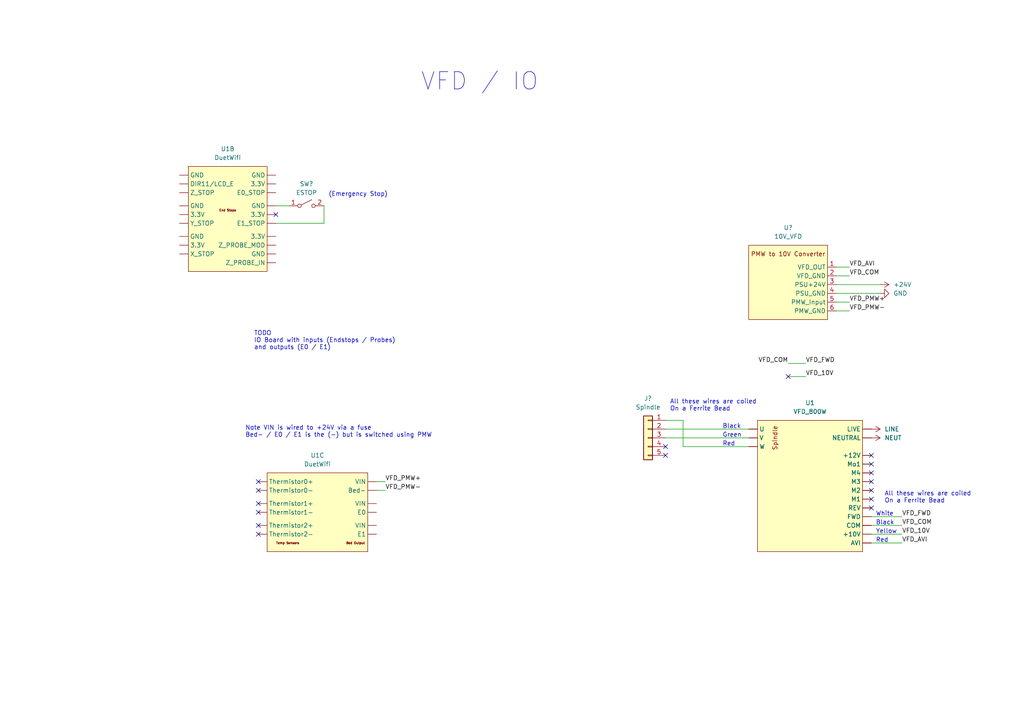
<source format=kicad_sch>
(kicad_sch (version 20211123) (generator eeschema)
  (paper "A4")
  (title_block (title "VFD / IO"))
  (lib_symbols
    (symbol "Connector_Generic:Conn_01x05" (pin_names (offset 1.016) hide)
      (property "Reference" "J" (at 0 7.62 0))
      (property "Value" "Conn_01x05" (at 0 -7.62 0))
      (symbol "Conn_01x05_1_1"
        (rectangle (start -1.27 -4.953) (end 0 -5.207) (stroke (width 0.1524)))
        (rectangle (start -1.27 -2.413) (end 0 -2.667) (stroke (width 0.1524)))
        (rectangle (start -1.27 0.127) (end 0 -0.127) (stroke (width 0.1524)))
        (rectangle (start -1.27 2.667) (end 0 2.413) (stroke (width 0.1524)))
        (rectangle (start -1.27 5.207) (end 0 4.953) (stroke (width 0.1524)))
        (rectangle (start -1.27 6.35) (end 1.27 -6.35) (stroke (width 0.254)) (fill (type background)))
        (pin passive line (at -5.08 5.08 0) (length 3.81) (name "Pin_1") (number "1"))
        (pin passive line (at -5.08 2.54 0) (length 3.81) (name "Pin_2") (number "2"))
        (pin passive line (at -5.08 0 0) (length 3.81) (name "Pin_3") (number "3"))
        (pin passive line (at -5.08 -2.54 0) (length 3.81) (name "Pin_4") (number "4"))
        (pin passive line (at -5.08 -5.08 0) (length 3.81) (name "Pin_5") (number "5"))
      )
    )
    (symbol "Custom_Boards:10V_VFD"
      (property "Reference" "U" (at 0 0 0))
      (property "Value" "10V_VFD" (at 0 2.54 0))
      (symbol "10V_VFD_0_0"
        (text "PMW to 10V Converter" (at 1.27 -5.08 0) (effects (font (size 1.27 1.27))))
      )
      (symbol "10V_VFD_0_1"
        (rectangle (start -10.16 -2.54) (end 12.7 -24.13) (fill (type background)))
      )
      (symbol "10V_VFD_1_1"
        (pin output line (at 15.24 -8.89 180) (length 2.54) (name "VFD_OUT") (number "1"))
        (pin output line (at 15.24 -11.43 180) (length 2.54) (name "VFD_GND") (number "2"))
        (pin power_in line (at 15.24 -13.97 180) (length 2.54) (name "PSU+24V") (number "3"))
        (pin power_in line (at 15.24 -16.51 180) (length 2.54) (name "PSU_GND") (number "4"))
        (pin input line (at 15.24 -19.05 180) (length 2.54) (name "PMW_Input") (number "5"))
        (pin power_in line (at 15.24 -21.59 180) (length 2.54) (name "PMW_GND") (number "6"))
      )
    )
    (symbol "Custom_Boards:DuetWifi"
      (property "Reference" "U" (at 5.08 2.54 0))
      (property "Value" "DuetWifi" (at -5.08 2.54 0))
      (symbol "DuetWifi_1_0"
        (text "Stepper Outputs" (at -10.16 -30.48 0) (effects (font (size 0.635 0.635)) (justify left)))
        (text "Stepper Outputs" (at -10.16 -30.48 0) (effects (font (size 0.635 0.635)) (justify left)))
      )
      (symbol "DuetWifi_1_1"
        (rectangle (start -13.97 0) (end 15.24 -38.1) (fill (type background)))
        (pin output line (at -16.51 -2.54 0) (length 2.54) (name "Drive0_A+") (number ""))
        (pin output line (at -16.51 -5.08 0) (length 2.54) (name "Drive0_A-") (number ""))
        (pin output line (at -16.51 -7.62 0) (length 2.54) (name "Drive0_B+") (number ""))
        (pin output line (at -16.51 -10.16 0) (length 2.54) (name "Drive0_B-") (number ""))
        (pin output line (at -16.51 -15.24 0) (length 2.54) (name "Drive1_A+") (number ""))
        (pin output line (at -16.51 -17.78 0) (length 2.54) (name "Drive1_A-") (number ""))
        (pin output line (at -16.51 -20.32 0) (length 2.54) (name "Drive1_B+") (number ""))
        (pin output line (at -16.51 -22.86 0) (length 2.54) (name "Drive1_B-") (number ""))
        (pin output line (at 17.78 -2.54 180) (length 2.54) (name "Drive2_A+") (number ""))
        (pin output line (at 17.78 -5.08 180) (length 2.54) (name "Drive2_A-") (number ""))
        (pin output line (at 17.78 -7.62 180) (length 2.54) (name "Drive2_B+") (number ""))
        (pin output line (at 17.78 -10.16 180) (length 2.54) (name "Drive2_B-") (number ""))
        (pin output line (at 17.78 -15.24 180) (length 2.54) (name "Drive3_A+") (number ""))
        (pin output line (at 17.78 -17.78 180) (length 2.54) (name "Drive3_A-") (number ""))
        (pin output line (at 17.78 -20.32 180) (length 2.54) (name "Drive3_B+") (number ""))
        (pin output line (at 17.78 -22.86 180) (length 2.54) (name "Drive3_B-") (number ""))
        (pin output line (at 17.78 -27.94 180) (length 2.54) (name "Drive4_A+") (number ""))
        (pin output line (at 17.78 -30.48 180) (length 2.54) (name "Drive4_A-") (number ""))
        (pin output line (at 17.78 -33.02 180) (length 2.54) (name "Drive4_B+") (number ""))
        (pin output line (at 17.78 -35.56 180) (length 2.54) (name "Drive4_B-") (number ""))
      )
      (symbol "DuetWifi_2_0"
        (rectangle (start -11.43 0) (end 11.43 -30.48) (fill (type background)))
        (text "End Stops" (at 0 -12.7 0) (effects (font (size 0.635 0.635))))
      )
      (symbol "DuetWifi_2_1"
        (pin power_out line (at -13.97 -22.86 0) (length 2.54) (name "3.3V") (number ""))
        (pin power_out line (at -13.97 -13.97 0) (length 2.54) (name "3.3V") (number ""))
        (pin power_out line (at 13.97 -20.32 180) (length 2.54) (name "3.3V") (number ""))
        (pin power_out line (at 13.97 -13.97 180) (length 2.54) (name "3.3V") (number ""))
        (pin power_out line (at 13.97 -5.08 180) (length 2.54) (name "3.3V") (number ""))
        (pin bidirectional line (at -13.97 -5.08 0) (length 2.54) (name "DIR11/LCD_E") (number ""))
        (pin input line (at 13.97 -7.62 180) (length 2.54) (name "E0_STOP") (number ""))
        (pin input line (at 13.97 -16.51 180) (length 2.54) (name "E1_STOP") (number ""))
        (pin power_out line (at -13.97 -20.32 0) (length 2.54) (name "GND") (number ""))
        (pin power_out line (at -13.97 -11.43 0) (length 2.54) (name "GND") (number ""))
        (pin power_out line (at -13.97 -2.54 0) (length 2.54) (name "GND") (number ""))
        (pin power_out line (at 13.97 -25.4 180) (length 2.54) (name "GND") (number ""))
        (pin power_out line (at 13.97 -11.43 180) (length 2.54) (name "GND") (number ""))
        (pin power_out line (at 13.97 -2.54 180) (length 2.54) (name "GND") (number ""))
        (pin input line (at -13.97 -25.4 0) (length 2.54) (name "X_STOP") (number ""))
        (pin input line (at -13.97 -16.51 0) (length 2.54) (name "Y_STOP") (number ""))
        (pin input line (at 13.97 -27.94 180) (length 2.54) (name "Z_PROBE_IN") (number ""))
        (pin output line (at 13.97 -22.86 180) (length 2.54) (name "Z_PROBE_MOD") (number ""))
        (pin input line (at -13.97 -7.62 0) (length 2.54) (name "Z_STOP") (number ""))
      )
      (symbol "DuetWifi_3_0"
        (rectangle (start -13.97 0) (end 15.24 -22.86) (fill (type background)))
        (text "Bed Output" (at 8.89 -20.32 0) (effects (font (size 0.635 0.635)) (justify left)))
        (text "Temp Sensors" (at -11.43 -20.32 0) (effects (font (size 0.635 0.635)) (justify left)))
      )
      (symbol "DuetWifi_3_1"
        (pin output line (at 17.78 -5.08 180) (length 2.54) (name "Bed-") (number ""))
        (pin output line (at 17.78 -11.43 180) (length 2.54) (name "E0") (number ""))
        (pin output line (at 17.78 -17.78 180) (length 2.54) (name "E1") (number ""))
        (pin input line (at -16.51 -2.54 0) (length 2.54) (name "Thermistor0+") (number ""))
        (pin input line (at -16.51 -5.08 0) (length 2.54) (name "Thermistor0-") (number ""))
        (pin input line (at -16.51 -8.89 0) (length 2.54) (name "Thermistor1+") (number ""))
        (pin input line (at -16.51 -11.43 0) (length 2.54) (name "Thermistor1-") (number ""))
        (pin input line (at -16.51 -15.24 0) (length 2.54) (name "Thermistor2+") (number ""))
        (pin input line (at -16.51 -17.78 0) (length 2.54) (name "Thermistor2-") (number ""))
        (pin power_in line (at 17.78 -15.24 180) (length 2.54) (name "VIN") (number ""))
        (pin power_in line (at 17.78 -8.89 180) (length 2.54) (name "VIN") (number ""))
        (pin power_in line (at 17.78 -2.54 180) (length 2.54) (name "VIN") (number ""))
      )
      (symbol "DuetWifi_4_0"
        (text "Always On Fans" (at -5.08 -22.86 0) (effects (font (size 0.635 0.635)) (justify left)))
        (text "Main Power" (at -5.08 -3.81 0) (effects (font (size 0.635 0.635)) (justify left)))
        (text "PMW Fans" (at 6.35 -17.78 0) (effects (font (size 0.635 0.635)) (justify left)))
        (text "PSU Wakeup" (at -5.08 -12.7 0) (effects (font (size 0.635 0.635)) (justify left)))
      )
      (symbol "DuetWifi_4_1"
        (rectangle (start -12.7 0) (end 12.7 -29.21) (fill (type background)))
        (pin power_in line (at -15.24 -2.54 0) (length 2.54) (name "24V+") (number ""))
        (pin power_in line (at -15.24 -10.16 0) (length 2.54) (name "5V+") (number ""))
        (pin output line (at 15.24 -2.54 180) (length 2.54) (name "Fan0+") (number ""))
        (pin output line (at 15.24 -5.08 180) (length 2.54) (name "Fan0-") (number ""))
        (pin output line (at 15.24 -7.62 180) (length 2.54) (name "Fan1+") (number ""))
        (pin output line (at 15.24 -10.16 180) (length 2.54) (name "Fan1-") (number ""))
        (pin output line (at 15.24 -12.7 180) (length 2.54) (name "Fan2+") (number ""))
        (pin output line (at 15.24 -15.24 180) (length 2.54) (name "Fan2-") (number ""))
        (pin output line (at -15.24 -26.67 0) (length 2.54) (name "GND") (number ""))
        (pin output line (at -15.24 -21.59 0) (length 2.54) (name "GND") (number ""))
        (pin power_in line (at -15.24 -15.24 0) (length 2.54) (name "GND") (number ""))
        (pin power_in line (at -15.24 -5.08 0) (length 2.54) (name "GND") (number ""))
        (pin input line (at -15.24 -12.7 0) (length 2.54) (name "PS_ON") (number ""))
        (pin output line (at -15.24 -24.13 0) (length 2.54) (name "V_Fan") (number ""))
        (pin output line (at -15.24 -19.05 0) (length 2.54) (name "V_Fan") (number ""))
      )
      (symbol "DuetWifi_5_0"
        (text "LCD" (at -11.43 -12.7 0) (effects (font (size 0.635 0.635)) (justify left)))
        (text "Panel Due" (at 0 -1.27 0) (effects (font (size 0.635 0.635))))
      )
      (symbol "DuetWifi_5_1"
        (rectangle (start -12.7 0) (end 11.43 -13.97) (fill (type background)))
        (pin power_out line (at -15.24 -2.54 0) (length 2.54) (name "+5V") (number ""))
        (pin power_out line (at -15.24 -5.08 0) (length 2.54) (name "GND") (number ""))
        (pin input line (at -15.24 -7.62 0) (length 2.54) (name "URXD0") (number ""))
        (pin output line (at -15.24 -10.16 0) (length 2.54) (name "UTXD0") (number ""))
      )
      (symbol "DuetWifi_6_0"
        (rectangle (start -15.24 0) (end 15.24 -15.24) (fill (type background)))
        (text "Temp DaughterBoard" (at -1.27 -2.54 0) (effects (font (size 0.635 0.635))))
      )
      (symbol "DuetWifi_6_1"
        (pin no_connect line (at -17.78 -2.54 0) (length 2.54) (name "NC") (number "10"))
        (pin power_out line (at -17.78 -12.7 0) (length 2.54) (name "GND") (number "2"))
        (pin bidirectional line (at 17.78 -10.16 180) (length 2.54) (name "SPI_CS1") (number "3"))
        (pin bidirectional line (at 17.78 -12.7 180) (length 2.54) (name "SPI_CS2") (number "3"))
        (pin bidirectional line (at -17.78 -10.16 0) (length 2.54) (name "SPI_SCK") (number "4"))
        (pin bidirectional line (at 17.78 -7.62 180) (length 2.54) (name "SPI_MOSI") (number "5"))
        (pin bidirectional line (at -17.78 -7.62 0) (length 2.54) (name "SPI_MISO") (number "6"))
        (pin bidirectional line (at 17.78 -5.08 180) (length 2.54) (name "SPI_CS3") (number "7"))
        (pin power_out line (at -17.78 -5.08 0) (length 2.54) (name "3.3V+") (number "8"))
        (pin bidirectional line (at 17.78 -2.54 180) (length 2.54) (name "SPI_CS4") (number "9"))
      )
      (symbol "DuetWifi_7_0"
        (rectangle (start -17.78 0) (end 16.51 -68.58) (fill (type background)))
        (text "E2 = Drive5" (at -3.81 -5.08 0) (effects (font (size 0.635 0.635)) (justify left)))
        (text "E3 = Drive6" (at -3.81 -6.35 0) (effects (font (size 0.635 0.635)) (justify left)))
        (text "E4 = Drive7" (at -3.81 -7.62 0) (effects (font (size 0.635 0.635)) (justify left)))
        (text "E5 = Drive8" (at -3.81 -8.89 0) (effects (font (size 0.635 0.635)) (justify left)))
        (text "E6 = Drive9" (at -3.81 -10.16 0) (effects (font (size 0.635 0.635)) (justify left)))
        (text "Expansion" (at -1.27 -2.54 0) (effects (font (size 0.635 0.635))))
      )
      (symbol "DuetWifi_7_1"
        (pin power_out line (at -20.32 -2.54 0) (length 2.54) (name "+5V") (number "1"))
        (pin bidirectional line (at 19.05 -15.24 180) (length 2.54) (name "E3_En") (number "10"))
        (pin bidirectional line (at -20.32 -15.24 0) (length 2.54) (name "E3_Dir") (number "11"))
        (pin bidirectional line (at 19.05 -17.78 180) (length 2.54) (name "E4_Stop") (number "12"))
        (pin bidirectional line (at -20.32 -17.78 0) (length 2.54) (name "Heater4") (number "13"))
        (pin bidirectional line (at 19.05 -20.32 180) (length 2.54) (name "E4_Dir") (number "14"))
        (pin bidirectional line (at -20.32 -20.32 0) (length 2.54) (name "E4_Step") (number "15"))
        (pin bidirectional line (at 19.05 -22.86 180) (length 2.54) (name "Heater5") (number "16"))
        (pin bidirectional line (at -20.32 -22.86 0) (length 2.54) (name "E4_En") (number "17"))
        (pin bidirectional line (at 19.05 -25.4 180) (length 2.54) (name "E5_Step") (number "18"))
        (pin bidirectional line (at -20.32 -25.4 0) (length 2.54) (name "E5_Stop") (number "19"))
        (pin power_out line (at 19.05 -2.54 180) (length 2.54) (name "GND") (number "2"))
        (pin bidirectional line (at 19.05 -27.94 180) (length 2.54) (name "E5_En") (number "20"))
        (pin bidirectional line (at -20.32 -27.94 0) (length 2.54) (name "E5_Dir") (number "21"))
        (pin bidirectional line (at 19.05 -30.48 180) (length 2.54) (name "E5_En") (number "22"))
        (pin bidirectional line (at -20.32 -30.48 0) (length 2.54) (name "Heater6") (number "23"))
        (pin bidirectional line (at 19.05 -33.02 180) (length 2.54) (name "E6_Stop") (number "24"))
        (pin bidirectional line (at -20.32 -33.02 0) (length 2.54) (name "E6_Step") (number "25"))
        (pin bidirectional line (at 19.05 -35.56 180) (length 2.54) (name "E6_Dir") (number "26"))
        (pin bidirectional line (at -20.32 -35.56 0) (length 2.54) (name "E6_En") (number "27"))
        (pin bidirectional line (at 19.05 -38.1 180) (length 2.54) (name "ENN") (number "28"))
        (pin bidirectional line (at -20.32 -38.1 0) (length 2.54) (name "PB6/TMS") (number "29"))
        (pin power_out line (at -20.32 -5.08 0) (length 2.54) (name "+3.3V") (number "3"))
        (pin power_out line (at 19.05 -40.64 180) (length 2.54) (name "GND") (number "30"))
        (pin bidirectional line (at -20.32 -40.64 0) (length 2.54) (name "Heater7") (number "31"))
        (pin bidirectional line (at 19.05 -43.18 180) (length 2.54) (name "SPI1_SCK_BE") (number "32"))
        (pin bidirectional line (at -20.32 -43.18 0) (length 2.54) (name "SPI1_Mosi_B") (number "33"))
        (pin bidirectional line (at 19.05 -45.72 180) (length 2.54) (name "Spi1_MISO") (number "34"))
        (pin bidirectional line (at -20.32 -45.72 0) (length 2.54) (name "Thermistor3") (number "35"))
        (pin bidirectional line (at 19.05 -48.26 180) (length 2.54) (name "Thermistor4") (number "36"))
        (pin bidirectional line (at -20.32 -48.26 0) (length 2.54) (name "Thermistor5") (number "37"))
        (pin bidirectional line (at 19.05 -50.8 180) (length 2.54) (name "Thermistor6") (number "38"))
        (pin bidirectional line (at -20.32 -50.8 0) (length 2.54) (name "Thermistor7") (number "39"))
        (pin bidirectional line (at 19.05 -7.62 180) (length 2.54) (name "E2_Dir") (number "4"))
        (pin bidirectional line (at 19.05 -5.08 180) (length 2.54) (name "E2_Stop") (number "4"))
        (pin bidirectional line (at 19.05 -53.34 180) (length 2.54) (name "VSSA") (number "40"))
        (pin bidirectional line (at -20.32 -53.34 0) (length 2.54) (name "ADVREF") (number "41"))
        (pin power_out line (at 19.05 -55.88 180) (length 2.54) (name "GND") (number "42"))
        (pin power_out line (at -20.32 -55.88 0) (length 2.54) (name "+3.3V") (number "43"))
        (pin bidirectional line (at 19.05 -58.42 180) (length 2.54) (name "Reset") (number "44"))
        (pin bidirectional line (at -20.32 -58.42 0) (length 2.54) (name "TWDO") (number "45"))
        (pin bidirectional line (at 19.05 -60.96 180) (length 2.54) (name "TWCK0") (number "46"))
        (pin bidirectional line (at -20.32 -60.96 0) (length 2.54) (name "SPI0_SCK") (number "47"))
        (pin bidirectional line (at 19.05 -63.5 180) (length 2.54) (name "SPI0_MOSI") (number "48"))
        (pin bidirectional line (at -20.32 -63.5 0) (length 2.54) (name "SPI0_MISO") (number "49"))
        (pin bidirectional line (at -20.32 -7.62 0) (length 2.54) (name "E2_Step") (number "5"))
        (pin bidirectional line (at 19.05 -66.04 180) (length 2.54) (name "CS5") (number "50"))
        (pin bidirectional line (at 19.05 -10.16 180) (length 2.54) (name "Heater3") (number "6"))
        (pin bidirectional line (at -20.32 -10.16 0) (length 2.54) (name "E2_En") (number "7"))
        (pin bidirectional line (at 19.05 -12.7 180) (length 2.54) (name "E3_Step") (number "8"))
        (pin bidirectional line (at -20.32 -12.7 0) (length 2.54) (name "E3_Stop") (number "9"))
      )
      (symbol "DuetWifi_8_0"
        (text "Panel Due" (at -3.81 -1.27 0) (effects (font (size 0.635 0.635)) (justify left)))
        (text "SD Card" (at -1.27 -13.97 0) (effects (font (size 0.635 0.635))))
      )
      (symbol "DuetWifi_8_1"
        (rectangle (start -12.7 0) (end 11.43 -15.24) (fill (type background)))
        (pin bidirectional line (at -15.24 -2.54 0) (length 2.54) (name "UTXD0") (number "10"))
        (pin power_out line (at 13.97 -12.7 180) (length 2.54) (name "+5V") (number "2"))
        (pin power_out line (at -15.24 -12.7 0) (length 2.54) (name "GND") (number "2"))
        (pin bidirectional line (at 13.97 -10.16 180) (length 2.54) (name "SPI_CS0") (number "3"))
        (pin bidirectional line (at -15.24 -10.16 0) (length 2.54) (name "SPI_SCK") (number "4"))
        (pin bidirectional line (at 13.97 -7.62 180) (length 2.54) (name "SPI_MOSI") (number "5"))
        (pin bidirectional line (at -15.24 -7.62 0) (length 2.54) (name "SPI_MOSI") (number "6"))
        (pin bidirectional line (at 13.97 -5.08 180) (length 2.54) (name "ENC_SW") (number "7"))
        (pin power_out line (at -15.24 -5.08 0) (length 2.54) (name "+3.3V") (number "8"))
        (pin bidirectional line (at 13.97 -2.54 180) (length 2.54) (name "URXD0") (number "9"))
      )
      (symbol "DuetWifi_9_0"
        (text "Conn LCD" (at -2.54 -1.27 0) (effects (font (size 0.635 0.635)) (justify left)))
        (text "Stepper Channel 10/11" (at 0 -13.97 0) (effects (font (size 0.635 0.635))))
      )
      (symbol "DuetWifi_9_1"
        (rectangle (start -20.32 0) (end 19.05 -15.24) (fill (type background)))
        (pin power_out line (at 21.59 -12.7 180) (length 2.54) (name "+3.3V") (number "1"))
        (pin bidirectional line (at -22.86 -2.54 0) (length 2.54) (name "STP11/LCD_DB4") (number "10"))
        (pin power_out line (at -22.86 -12.7 0) (length 2.54) (name "GND") (number "2"))
        (pin bidirectional line (at 21.59 -10.16 180) (length 2.54) (name "STOP10/ENC_B") (number "3"))
        (pin bidirectional line (at -22.86 -10.16 0) (length 2.54) (name "STOP11/ENC_A") (number "4"))
        (pin bidirectional line (at 21.59 -7.62 180) (length 2.54) (name "EN10/LCD_DB7") (number "5"))
        (pin bidirectional line (at -22.86 -7.62 0) (length 2.54) (name "EN11/LCD_RS") (number "6"))
        (pin bidirectional line (at 21.59 -5.08 180) (length 2.54) (name "DIR10/LCD_DB6") (number "7"))
        (pin bidirectional line (at -22.86 -5.08 0) (length 2.54) (name "DIR11/LCD_E") (number "8"))
        (pin bidirectional line (at 21.59 -2.54 180) (length 2.54) (name "STP10/LCD_DB5") (number "9"))
      )
    )
    (symbol "Custom_Boards:VFD_800W"
      (property "Reference" "U" (at 0 6.35 0))
      (property "Value" "VFD_800W" (at 0 8.89 0))
      (symbol "VFD_800W_0_0"
        (rectangle (start -15.24 0) (end 15.24 -38.1) (fill (type background)))
        (text "Spindle" (at -10.16 -5.08 900) (effects (font (size 1.27 1.27))))
      )
      (symbol "VFD_800W_1_1"
        (pin power_out line (at 17.78 -33.02 180) (length 2.54) (name "+10V") (number ""))
        (pin input line (at 17.78 -10.16 180) (length 2.54) (name "+12V") (number ""))
        (pin input line (at 17.78 -35.56 180) (length 2.54) (name "AVI") (number ""))
        (pin input line (at 17.78 -30.48 180) (length 2.54) (name "COM") (number ""))
        (pin input line (at 17.78 -27.94 180) (length 2.54) (name "FWD") (number ""))
        (pin power_in line (at 17.78 -2.54 180) (length 2.54) (name "LIVE") (number ""))
        (pin input line (at 17.78 -22.86 180) (length 2.54) (name "M1") (number ""))
        (pin input line (at 17.78 -20.32 180) (length 2.54) (name "M2") (number ""))
        (pin input line (at 17.78 -17.78 180) (length 2.54) (name "M3") (number ""))
        (pin input line (at 17.78 -15.24 180) (length 2.54) (name "M4") (number ""))
        (pin input line (at 17.78 -12.7 180) (length 2.54) (name "Mo1") (number ""))
        (pin power_in line (at 17.78 -5.08 180) (length 2.54) (name "NEUTRAL") (number ""))
        (pin input line (at 17.78 -25.4 180) (length 2.54) (name "REV") (number ""))
        (pin output line (at -17.78 -2.54 0) (length 2.54) (name "U") (number ""))
        (pin output line (at -17.78 -5.08 0) (length 2.54) (name "V") (number ""))
        (pin output line (at -17.78 -7.62 0) (length 2.54) (name "W") (number ""))
      )
    )
    (symbol "DuetWifi_1"
      (property "Reference" "U" (at 5.08 2.54 0))
      (property "Value" "DuetWifi_1" (at -5.08 2.54 0))
      (symbol "DuetWifi_1_1_0"
        (text "Stepper Outputs" (at -10.16 -30.48 0) (effects (font (size 0.635 0.635)) (justify left)))
        (text "Stepper Outputs" (at -10.16 -30.48 0) (effects (font (size 0.635 0.635)) (justify left)))
      )
      (symbol "DuetWifi_1_1_1"
        (rectangle (start -13.97 0) (end 15.24 -38.1) (fill (type background)))
        (pin output line (at -16.51 -2.54 0) (length 2.54) (name "Drive0_A+") (number ""))
        (pin output line (at -16.51 -5.08 0) (length 2.54) (name "Drive0_A-") (number ""))
        (pin output line (at -16.51 -7.62 0) (length 2.54) (name "Drive0_B+") (number ""))
        (pin output line (at -16.51 -10.16 0) (length 2.54) (name "Drive0_B-") (number ""))
        (pin output line (at -16.51 -15.24 0) (length 2.54) (name "Drive1_A+") (number ""))
        (pin output line (at -16.51 -17.78 0) (length 2.54) (name "Drive1_A-") (number ""))
        (pin output line (at -16.51 -20.32 0) (length 2.54) (name "Drive1_B+") (number ""))
        (pin output line (at -16.51 -22.86 0) (length 2.54) (name "Drive1_B-") (number ""))
        (pin output line (at 17.78 -2.54 180) (length 2.54) (name "Drive2_A+") (number ""))
        (pin output line (at 17.78 -5.08 180) (length 2.54) (name "Drive2_A-") (number ""))
        (pin output line (at 17.78 -7.62 180) (length 2.54) (name "Drive2_B+") (number ""))
        (pin output line (at 17.78 -10.16 180) (length 2.54) (name "Drive2_B-") (number ""))
        (pin output line (at 17.78 -15.24 180) (length 2.54) (name "Drive3_A+") (number ""))
        (pin output line (at 17.78 -17.78 180) (length 2.54) (name "Drive3_A-") (number ""))
        (pin output line (at 17.78 -20.32 180) (length 2.54) (name "Drive3_B+") (number ""))
        (pin output line (at 17.78 -22.86 180) (length 2.54) (name "Drive3_B-") (number ""))
        (pin output line (at 17.78 -27.94 180) (length 2.54) (name "Drive4_A+") (number ""))
        (pin output line (at 17.78 -30.48 180) (length 2.54) (name "Drive4_A-") (number ""))
        (pin output line (at 17.78 -33.02 180) (length 2.54) (name "Drive4_B+") (number ""))
        (pin output line (at 17.78 -35.56 180) (length 2.54) (name "Drive4_B-") (number ""))
      )
      (symbol "DuetWifi_1_2_0"
        (rectangle (start -11.43 0) (end 11.43 -30.48) (fill (type background)))
        (text "End Stops" (at 0 -12.7 0) (effects (font (size 0.635 0.635))))
      )
      (symbol "DuetWifi_1_2_1"
        (pin power_out line (at -13.97 -22.86 0) (length 2.54) (name "3.3V") (number ""))
        (pin power_out line (at -13.97 -13.97 0) (length 2.54) (name "3.3V") (number ""))
        (pin power_out line (at 13.97 -20.32 180) (length 2.54) (name "3.3V") (number ""))
        (pin power_out line (at 13.97 -13.97 180) (length 2.54) (name "3.3V") (number ""))
        (pin power_out line (at 13.97 -5.08 180) (length 2.54) (name "3.3V") (number ""))
        (pin bidirectional line (at -13.97 -5.08 0) (length 2.54) (name "DIR11/LCD_E") (number ""))
        (pin input line (at 13.97 -7.62 180) (length 2.54) (name "E0_STOP") (number ""))
        (pin input line (at 13.97 -16.51 180) (length 2.54) (name "E1_STOP") (number ""))
        (pin power_out line (at -13.97 -20.32 0) (length 2.54) (name "GND") (number ""))
        (pin power_out line (at -13.97 -11.43 0) (length 2.54) (name "GND") (number ""))
        (pin power_out line (at -13.97 -2.54 0) (length 2.54) (name "GND") (number ""))
        (pin power_out line (at 13.97 -25.4 180) (length 2.54) (name "GND") (number ""))
        (pin power_out line (at 13.97 -11.43 180) (length 2.54) (name "GND") (number ""))
        (pin power_out line (at 13.97 -2.54 180) (length 2.54) (name "GND") (number ""))
        (pin input line (at -13.97 -25.4 0) (length 2.54) (name "X_STOP") (number ""))
        (pin input line (at -13.97 -16.51 0) (length 2.54) (name "Y_STOP") (number ""))
        (pin input line (at 13.97 -27.94 180) (length 2.54) (name "Z_PROBE_IN") (number ""))
        (pin output line (at 13.97 -22.86 180) (length 2.54) (name "Z_PROBE_MOD") (number ""))
        (pin input line (at -13.97 -7.62 0) (length 2.54) (name "Z_STOP") (number ""))
      )
      (symbol "DuetWifi_1_3_0"
        (rectangle (start -13.97 0) (end 15.24 -22.86) (fill (type background)))
        (text "Bed Output" (at 8.89 -20.32 0) (effects (font (size 0.635 0.635)) (justify left)))
        (text "Temp Sensors" (at -11.43 -20.32 0) (effects (font (size 0.635 0.635)) (justify left)))
      )
      (symbol "DuetWifi_1_3_1"
        (pin output line (at 17.78 -5.08 180) (length 2.54) (name "Bed-") (number ""))
        (pin output line (at 17.78 -11.43 180) (length 2.54) (name "E0") (number ""))
        (pin output line (at 17.78 -17.78 180) (length 2.54) (name "E1") (number ""))
        (pin input line (at -16.51 -2.54 0) (length 2.54) (name "Thermistor0+") (number ""))
        (pin input line (at -16.51 -5.08 0) (length 2.54) (name "Thermistor0-") (number ""))
        (pin input line (at -16.51 -8.89 0) (length 2.54) (name "Thermistor1+") (number ""))
        (pin input line (at -16.51 -11.43 0) (length 2.54) (name "Thermistor1-") (number ""))
        (pin input line (at -16.51 -15.24 0) (length 2.54) (name "Thermistor2+") (number ""))
        (pin input line (at -16.51 -17.78 0) (length 2.54) (name "Thermistor2-") (number ""))
        (pin power_in line (at 17.78 -15.24 180) (length 2.54) (name "VIN") (number ""))
        (pin power_in line (at 17.78 -8.89 180) (length 2.54) (name "VIN") (number ""))
        (pin power_in line (at 17.78 -2.54 180) (length 2.54) (name "VIN") (number ""))
      )
      (symbol "DuetWifi_1_4_0"
        (text "Always On Fans" (at -5.08 -22.86 0) (effects (font (size 0.635 0.635)) (justify left)))
        (text "Main Power" (at -5.08 -3.81 0) (effects (font (size 0.635 0.635)) (justify left)))
        (text "PMW Fans" (at 6.35 -17.78 0) (effects (font (size 0.635 0.635)) (justify left)))
        (text "PSU Wakeup" (at -5.08 -12.7 0) (effects (font (size 0.635 0.635)) (justify left)))
      )
      (symbol "DuetWifi_1_4_1"
        (rectangle (start -12.7 0) (end 12.7 -29.21) (fill (type background)))
        (pin power_in line (at -15.24 -2.54 0) (length 2.54) (name "24V+") (number ""))
        (pin power_in line (at -15.24 -10.16 0) (length 2.54) (name "5V+") (number ""))
        (pin output line (at 15.24 -2.54 180) (length 2.54) (name "Fan0+") (number ""))
        (pin output line (at 15.24 -5.08 180) (length 2.54) (name "Fan0-") (number ""))
        (pin output line (at 15.24 -7.62 180) (length 2.54) (name "Fan1+") (number ""))
        (pin output line (at 15.24 -10.16 180) (length 2.54) (name "Fan1-") (number ""))
        (pin output line (at 15.24 -12.7 180) (length 2.54) (name "Fan2+") (number ""))
        (pin output line (at 15.24 -15.24 180) (length 2.54) (name "Fan2-") (number ""))
        (pin output line (at -15.24 -26.67 0) (length 2.54) (name "GND") (number ""))
        (pin output line (at -15.24 -21.59 0) (length 2.54) (name "GND") (number ""))
        (pin power_in line (at -15.24 -15.24 0) (length 2.54) (name "GND") (number ""))
        (pin power_in line (at -15.24 -5.08 0) (length 2.54) (name "GND") (number ""))
        (pin input line (at -15.24 -12.7 0) (length 2.54) (name "PS_ON") (number ""))
        (pin output line (at -15.24 -24.13 0) (length 2.54) (name "V_Fan") (number ""))
        (pin output line (at -15.24 -19.05 0) (length 2.54) (name "V_Fan") (number ""))
      )
      (symbol "DuetWifi_1_5_0"
        (text "LCD" (at -11.43 -12.7 0) (effects (font (size 0.635 0.635)) (justify left)))
        (text "Panel Due" (at 0 -1.27 0) (effects (font (size 0.635 0.635))))
      )
      (symbol "DuetWifi_1_5_1"
        (rectangle (start -12.7 0) (end 11.43 -13.97) (fill (type background)))
        (pin power_out line (at -15.24 -2.54 0) (length 2.54) (name "+5V") (number ""))
        (pin power_out line (at -15.24 -5.08 0) (length 2.54) (name "GND") (number ""))
        (pin input line (at -15.24 -7.62 0) (length 2.54) (name "URXD0") (number ""))
        (pin output line (at -15.24 -10.16 0) (length 2.54) (name "UTXD0") (number ""))
      )
      (symbol "DuetWifi_1_6_0"
        (rectangle (start -15.24 0) (end 15.24 -15.24) (fill (type background)))
        (text "Temp DaughterBoard" (at -1.27 -2.54 0) (effects (font (size 0.635 0.635))))
      )
      (symbol "DuetWifi_1_6_1"
        (pin no_connect line (at -17.78 -2.54 0) (length 2.54) (name "NC") (number "10"))
        (pin power_out line (at -17.78 -12.7 0) (length 2.54) (name "GND") (number "2"))
        (pin bidirectional line (at 17.78 -10.16 180) (length 2.54) (name "SPI_CS1") (number "3"))
        (pin bidirectional line (at 17.78 -12.7 180) (length 2.54) (name "SPI_CS2") (number "3"))
        (pin bidirectional line (at -17.78 -10.16 0) (length 2.54) (name "SPI_SCK") (number "4"))
        (pin bidirectional line (at 17.78 -7.62 180) (length 2.54) (name "SPI_MOSI") (number "5"))
        (pin bidirectional line (at -17.78 -7.62 0) (length 2.54) (name "SPI_MISO") (number "6"))
        (pin bidirectional line (at 17.78 -5.08 180) (length 2.54) (name "SPI_CS3") (number "7"))
        (pin power_out line (at -17.78 -5.08 0) (length 2.54) (name "3.3V+") (number "8"))
        (pin bidirectional line (at 17.78 -2.54 180) (length 2.54) (name "SPI_CS4") (number "9"))
      )
      (symbol "DuetWifi_1_7_0"
        (rectangle (start -17.78 0) (end 16.51 -68.58) (fill (type background)))
        (text "E2 = Drive5" (at -3.81 -5.08 0) (effects (font (size 0.635 0.635)) (justify left)))
        (text "E3 = Drive6" (at -3.81 -6.35 0) (effects (font (size 0.635 0.635)) (justify left)))
        (text "E4 = Drive7" (at -3.81 -7.62 0) (effects (font (size 0.635 0.635)) (justify left)))
        (text "E5 = Drive8" (at -3.81 -8.89 0) (effects (font (size 0.635 0.635)) (justify left)))
        (text "E6 = Drive9" (at -3.81 -10.16 0) (effects (font (size 0.635 0.635)) (justify left)))
        (text "Expansion" (at -1.27 -2.54 0) (effects (font (size 0.635 0.635))))
      )
      (symbol "DuetWifi_1_7_1"
        (pin power_out line (at -20.32 -2.54 0) (length 2.54) (name "+5V") (number "1"))
        (pin bidirectional line (at 19.05 -15.24 180) (length 2.54) (name "E3_En") (number "10"))
        (pin bidirectional line (at -20.32 -15.24 0) (length 2.54) (name "E3_Dir") (number "11"))
        (pin bidirectional line (at 19.05 -17.78 180) (length 2.54) (name "E4_Stop") (number "12"))
        (pin bidirectional line (at -20.32 -17.78 0) (length 2.54) (name "Heater4") (number "13"))
        (pin bidirectional line (at 19.05 -20.32 180) (length 2.54) (name "E4_Dir") (number "14"))
        (pin bidirectional line (at -20.32 -20.32 0) (length 2.54) (name "E4_Step") (number "15"))
        (pin bidirectional line (at 19.05 -22.86 180) (length 2.54) (name "Heater5") (number "16"))
        (pin bidirectional line (at -20.32 -22.86 0) (length 2.54) (name "E4_En") (number "17"))
        (pin bidirectional line (at 19.05 -25.4 180) (length 2.54) (name "E5_Step") (number "18"))
        (pin bidirectional line (at -20.32 -25.4 0) (length 2.54) (name "E5_Stop") (number "19"))
        (pin power_out line (at 19.05 -2.54 180) (length 2.54) (name "GND") (number "2"))
        (pin bidirectional line (at 19.05 -27.94 180) (length 2.54) (name "E5_En") (number "20"))
        (pin bidirectional line (at -20.32 -27.94 0) (length 2.54) (name "E5_Dir") (number "21"))
        (pin bidirectional line (at 19.05 -30.48 180) (length 2.54) (name "E5_En") (number "22"))
        (pin bidirectional line (at -20.32 -30.48 0) (length 2.54) (name "Heater6") (number "23"))
        (pin bidirectional line (at 19.05 -33.02 180) (length 2.54) (name "E6_Stop") (number "24"))
        (pin bidirectional line (at -20.32 -33.02 0) (length 2.54) (name "E6_Step") (number "25"))
        (pin bidirectional line (at 19.05 -35.56 180) (length 2.54) (name "E6_Dir") (number "26"))
        (pin bidirectional line (at -20.32 -35.56 0) (length 2.54) (name "E6_En") (number "27"))
        (pin bidirectional line (at 19.05 -38.1 180) (length 2.54) (name "ENN") (number "28"))
        (pin bidirectional line (at -20.32 -38.1 0) (length 2.54) (name "PB6/TMS") (number "29"))
        (pin power_out line (at -20.32 -5.08 0) (length 2.54) (name "+3.3V") (number "3"))
        (pin power_out line (at 19.05 -40.64 180) (length 2.54) (name "GND") (number "30"))
        (pin bidirectional line (at -20.32 -40.64 0) (length 2.54) (name "Heater7") (number "31"))
        (pin bidirectional line (at 19.05 -43.18 180) (length 2.54) (name "SPI1_SCK_BE") (number "32"))
        (pin bidirectional line (at -20.32 -43.18 0) (length 2.54) (name "SPI1_Mosi_B") (number "33"))
        (pin bidirectional line (at 19.05 -45.72 180) (length 2.54) (name "Spi1_MISO") (number "34"))
        (pin bidirectional line (at -20.32 -45.72 0) (length 2.54) (name "Thermistor3") (number "35"))
        (pin bidirectional line (at 19.05 -48.26 180) (length 2.54) (name "Thermistor4") (number "36"))
        (pin bidirectional line (at -20.32 -48.26 0) (length 2.54) (name "Thermistor5") (number "37"))
        (pin bidirectional line (at 19.05 -50.8 180) (length 2.54) (name "Thermistor6") (number "38"))
        (pin bidirectional line (at -20.32 -50.8 0) (length 2.54) (name "Thermistor7") (number "39"))
        (pin bidirectional line (at 19.05 -7.62 180) (length 2.54) (name "E2_Dir") (number "4"))
        (pin bidirectional line (at 19.05 -5.08 180) (length 2.54) (name "E2_Stop") (number "4"))
        (pin bidirectional line (at 19.05 -53.34 180) (length 2.54) (name "VSSA") (number "40"))
        (pin bidirectional line (at -20.32 -53.34 0) (length 2.54) (name "ADVREF") (number "41"))
        (pin power_out line (at 19.05 -55.88 180) (length 2.54) (name "GND") (number "42"))
        (pin power_out line (at -20.32 -55.88 0) (length 2.54) (name "+3.3V") (number "43"))
        (pin bidirectional line (at 19.05 -58.42 180) (length 2.54) (name "Reset") (number "44"))
        (pin bidirectional line (at -20.32 -58.42 0) (length 2.54) (name "TWDO") (number "45"))
        (pin bidirectional line (at 19.05 -60.96 180) (length 2.54) (name "TWCK0") (number "46"))
        (pin bidirectional line (at -20.32 -60.96 0) (length 2.54) (name "SPI0_SCK") (number "47"))
        (pin bidirectional line (at 19.05 -63.5 180) (length 2.54) (name "SPI0_MOSI") (number "48"))
        (pin bidirectional line (at -20.32 -63.5 0) (length 2.54) (name "SPI0_MISO") (number "49"))
        (pin bidirectional line (at -20.32 -7.62 0) (length 2.54) (name "E2_Step") (number "5"))
        (pin bidirectional line (at 19.05 -66.04 180) (length 2.54) (name "CS5") (number "50"))
        (pin bidirectional line (at 19.05 -10.16 180) (length 2.54) (name "Heater3") (number "6"))
        (pin bidirectional line (at -20.32 -10.16 0) (length 2.54) (name "E2_En") (number "7"))
        (pin bidirectional line (at 19.05 -12.7 180) (length 2.54) (name "E3_Step") (number "8"))
        (pin bidirectional line (at -20.32 -12.7 0) (length 2.54) (name "E3_Stop") (number "9"))
      )
      (symbol "DuetWifi_1_8_0"
        (text "Panel Due" (at -3.81 -1.27 0) (effects (font (size 0.635 0.635)) (justify left)))
        (text "SD Card" (at -1.27 -13.97 0) (effects (font (size 0.635 0.635))))
      )
      (symbol "DuetWifi_1_8_1"
        (rectangle (start -12.7 0) (end 11.43 -15.24) (fill (type background)))
        (pin bidirectional line (at -15.24 -2.54 0) (length 2.54) (name "UTXD0") (number "10"))
        (pin power_out line (at 13.97 -12.7 180) (length 2.54) (name "+5V") (number "2"))
        (pin power_out line (at -15.24 -12.7 0) (length 2.54) (name "GND") (number "2"))
        (pin bidirectional line (at 13.97 -10.16 180) (length 2.54) (name "SPI_CS0") (number "3"))
        (pin bidirectional line (at -15.24 -10.16 0) (length 2.54) (name "SPI_SCK") (number "4"))
        (pin bidirectional line (at 13.97 -7.62 180) (length 2.54) (name "SPI_MOSI") (number "5"))
        (pin bidirectional line (at -15.24 -7.62 0) (length 2.54) (name "SPI_MOSI") (number "6"))
        (pin bidirectional line (at 13.97 -5.08 180) (length 2.54) (name "ENC_SW") (number "7"))
        (pin power_out line (at -15.24 -5.08 0) (length 2.54) (name "+3.3V") (number "8"))
        (pin bidirectional line (at 13.97 -2.54 180) (length 2.54) (name "URXD0") (number "9"))
      )
      (symbol "DuetWifi_1_9_0"
        (text "Conn LCD" (at -2.54 -1.27 0) (effects (font (size 0.635 0.635)) (justify left)))
        (text "Stepper Channel 10/11" (at 0 -13.97 0) (effects (font (size 0.635 0.635))))
      )
      (symbol "DuetWifi_1_9_1"
        (rectangle (start -20.32 0) (end 19.05 -15.24) (fill (type background)))
        (pin power_out line (at 21.59 -12.7 180) (length 2.54) (name "+3.3V") (number "1"))
        (pin bidirectional line (at -22.86 -2.54 0) (length 2.54) (name "STP11/LCD_DB4") (number "10"))
        (pin power_out line (at -22.86 -12.7 0) (length 2.54) (name "GND") (number "2"))
        (pin bidirectional line (at 21.59 -10.16 180) (length 2.54) (name "STOP10/ENC_B") (number "3"))
        (pin bidirectional line (at -22.86 -10.16 0) (length 2.54) (name "STOP11/ENC_A") (number "4"))
        (pin bidirectional line (at 21.59 -7.62 180) (length 2.54) (name "EN10/LCD_DB7") (number "5"))
        (pin bidirectional line (at -22.86 -7.62 0) (length 2.54) (name "EN11/LCD_RS") (number "6"))
        (pin bidirectional line (at 21.59 -5.08 180) (length 2.54) (name "DIR10/LCD_DB6") (number "7"))
        (pin bidirectional line (at -22.86 -5.08 0) (length 2.54) (name "DIR11/LCD_E") (number "8"))
        (pin bidirectional line (at 21.59 -2.54 180) (length 2.54) (name "STP10/LCD_DB5") (number "9"))
      )
    )
    (symbol "Switch:SW_SPST" (pin_names (offset 0) hide)
      (property "Reference" "SW" (at 0 3.175 0))
      (property "Value" "SW_SPST" (at 0 -2.54 0))
      (symbol "SW_SPST_0_0"
        (circle (center -2.032 0) (radius 0.508))
        (polyline (pts (xy -1.524 0.254) (xy 1.524 1.778)))
        (circle (center 2.032 0) (radius 0.508))
      )
      (symbol "SW_SPST_1_1"
        (pin passive line (at -5.08 0 0) (length 2.54) (name "A") (number "1"))
        (pin passive line (at 5.08 0 180) (length 2.54) (name "B") (number "2"))
      )
    )
    (symbol "power:+24V" (power) (pin_names (offset 0))
      (property "Value" "+24V" (at 0 3.556 0))
      (symbol "+24V_0_1"
        (polyline (pts (xy -0.762 1.27) (xy 0 2.54)))
        (polyline (pts (xy 0 0) (xy 0 2.54)))
        (polyline (pts (xy 0 2.54) (xy 0.762 1.27)))
      )
      (symbol "+24V_1_1"
        (pin power_in line (at 0 0 90) (length 0) hide (name "+24V") (number "1"))
      )
    )
    (symbol "power:GND" (power) (pin_names (offset 0))
      (property "Value" "GND" (at 0 -3.81 0))
      (symbol "GND_0_1"
        (polyline (pts (xy 0 0) (xy 0 -1.27) (xy 1.27 -1.27) (xy 0 -2.54) (xy -1.27 -1.27) (xy 0 -1.27)))
      )
      (symbol "GND_1_1"
        (pin power_in line (at 0 0 270) (length 0) hide (name "GND") (number "1"))
      )
    )
    (symbol "power:LINE" (power) (pin_names (offset 0))
      (property "Value" "LINE" (at 0 3.81 0))
      (symbol "LINE_0_1"
        (polyline (pts (xy -0.762 1.27) (xy 0 2.54)))
        (polyline (pts (xy 0 0) (xy 0 2.54)))
        (polyline (pts (xy 0 2.54) (xy 0.762 1.27)))
      )
      (symbol "LINE_1_1"
        (pin power_in line (at 0 0 90) (length 0) hide (name "LINE") (number "1"))
      )
    )
    (symbol "power:NEUT" (power) (pin_names (offset 0))
      (property "Value" "NEUT" (at 0 3.81 0))
      (symbol "NEUT_0_1"
        (polyline (pts (xy -0.762 1.27) (xy 0 2.54)))
        (polyline (pts (xy 0 0) (xy 0 2.54)))
        (polyline (pts (xy 0 2.54) (xy 0.762 1.27)))
      )
      (symbol "NEUT_1_1"
        (pin power_in line (at 0 0 90) (length 0) hide (name "NEUT") (number "1"))
      )
    )
  )
  (no_connect (at 252.73 142.24))
  (no_connect (at 252.73 144.78))
  (no_connect (at 193.04 132.08))
  (no_connect (at 252.73 132.08))
  (no_connect (at 252.73 139.7))
  (no_connect (at 252.73 147.32))
  (no_connect (at 80.01 62.23))
  (no_connect (at 228.6 109.22))
  (no_connect (at 193.04 129.54))
  (no_connect (at 74.93 139.7))
  (no_connect (at 74.93 142.24))
  (no_connect (at 74.93 146.05))
  (no_connect (at 74.93 148.59))
  (no_connect (at 74.93 152.4))
  (no_connect (at 74.93 154.94))
  (no_connect (at 252.73 134.62))
  (no_connect (at 252.73 137.16))
  (wire (pts (xy 242.57 85.09) (xy 255.27 85.09)))
  (wire (pts (xy 252.73 154.94) (xy 261.62 154.94)))
  (wire (pts (xy 109.22 142.24) (xy 111.76 142.24)))
  (wire (pts (xy 109.22 139.7) (xy 111.76 139.7)))
  (wire (pts (xy 228.6 105.41) (xy 233.68 105.41)))
  (wire (pts (xy 242.57 80.01) (xy 246.38 80.01)))
  (wire (pts (xy 228.6 109.22) (xy 233.68 109.22)))
  (wire (pts (xy 242.57 87.63) (xy 246.38 87.63)))
  (wire (pts (xy 242.57 82.55) (xy 255.27 82.55)))
  (wire (pts (xy 242.57 77.47) (xy 246.38 77.47)))
  (wire (pts (xy 80.01 59.69) (xy 83.82 59.69)))
  (wire (pts (xy 198.12 129.54) (xy 217.17 129.54)))
  (wire (pts (xy 193.04 121.92) (xy 198.12 121.92)))
  (wire (pts (xy 198.12 121.92) (xy 198.12 129.54)))
  (wire (pts (xy 193.04 127) (xy 217.17 127)))
  (wire (pts (xy 252.73 152.4) (xy 261.62 152.4)))
  (wire (pts (xy 93.98 59.69) (xy 93.98 64.77)))
  (wire (pts (xy 242.57 90.17) (xy 246.38 90.17)))
  (wire (pts (xy 80.01 64.77) (xy 93.98 64.77)))
  (wire (pts (xy 193.04 124.46) (xy 217.17 124.46)))
  (wire (pts (xy 252.73 157.48) (xy 261.62 157.48)))
  (wire (pts (xy 252.73 149.86) (xy 261.62 149.86)))
  (text "Red" (at 209.55 129.54 0) (effects (font (size 1.27 1.27)) (justify left bottom)))
  (text "All these wires are coiled\nOn a Ferrite Bead" (at 256.54 146.05 0) (effects (font (size 1.27 1.27)) (justify left bottom)))
  (text "All these wires are coiled\nOn a Ferrite Bead" (at 194.31 119.38 0) (effects (font (size 1.27 1.27)) (justify left bottom)))
  (text "TODO\nIO Board with inputs (Endstops / Probes)\nand outputs (E0 / E1)" (at 73.66 101.6 0) (effects (font (size 1.27 1.27)) (justify left bottom)))
  (text "(Emergency Stop)" (at 95.25 57.15 0) (effects (font (size 1.27 1.27)) (justify left bottom)))
  (text "Note VIN is wired to +24V via a fuse\nBed- / E0 / E1 is the (-) but is switched using PMW" (at 71.12 127 0) (effects (font (size 1.27 1.27)) (justify left bottom)))
  (text "Red" (at 254 157.48 0) (effects (font (size 1.27 1.27)) (justify left bottom)))
  (text "Black" (at 254 152.4 0) (effects (font (size 1.27 1.27)) (justify left bottom)))
  (text "White" (at 254 149.86 0) (effects (font (size 1.27 1.27)) (justify left bottom)))
  (text "Yellow" (at 254 154.94 0) (effects (font (size 1.27 1.27)) (justify left bottom)))
  (text "Green" (at 209.55 127 0) (effects (font (size 1.27 1.27)) (justify left bottom)))
  (text "Black" (at 209.55 124.46 0) (effects (font (size 1.27 1.27)) (justify left bottom)))
  (text "VFD / IO" (at 121.92 26.67 0) (effects (font (size 5.02 5.02)) (justify left bottom)))
  (label "VFD_AVI" (at 261.62 157.48 0))
  (label "VFD_FWD" (at 261.62 149.86 0))
  (label "VFD_AVI" (at 246.38 77.47 0))
  (label "VFD_PMW-" (at 246.38 90.17 0))
  (label "VFD_FWD" (at 233.68 105.41 0))
  (label "VFD_COM" (at 261.62 152.4 0))
  (label "VFD_COM" (at 246.38 80.01 0))
  (label "VFD_PMW+" (at 246.38 87.63 0))
  (label "VFD_10V" (at 233.68 109.22 0))
  (label "VFD_PMW-" (at 111.76 142.24 0))
  (label "VFD_PMW+" (at 111.76 139.7 0))
  (label "VFD_10V" (at 261.62 154.94 0))
  (label "VFD_COM" (at 228.6 105.41 180))
  (symbol (lib_id "power:+24V") (at 255.27 82.55 270) (unit 1)
    (property "Reference" "#PWR?" (effects hide))
    (property "Value" "+24V" (at 259.08 82.5499 90) (effects (justify left)))
  )
  (symbol (lib_id "power:NEUT") (at 252.73 127 270) (unit 1)
    (property "Reference" "#PWR?" (effects hide))
    (property "Value" "NEUT" (at 256.54 126.9999 90) (effects (justify left)))
  )
  (symbol (lib_name "DuetWifi_1") (lib_id "Custom_Boards:DuetWifi") (at 91.44 137.16 0) (unit 3)
    (property "Reference" "U1" (at 92.075 132.08 0))
    (property "Value" "DuetWifi" (at 92.075 134.62 0))
  )
  (symbol (lib_id "Switch:SW_SPST") (at 88.9 59.69 0) (unit 1)
    (property "Reference" "SW?" (at 88.9 53.34 0))
    (property "Value" "ESTOP" (at 88.9 55.88 0))
  )
  (symbol (lib_id "Custom_Boards:10V_VFD") (at 227.33 68.58 0) (unit 1)
    (property "Reference" "U?" (at 228.6 66.04 0))
    (property "Value" "10V_VFD" (at 228.6 68.58 0))
  )
  (symbol (lib_id "Connector_Generic:Conn_01x05") (at 187.96 127 0) (mirror y) (unit 1)
    (property "Reference" "J?" (at 187.96 115.57 0))
    (property "Value" "Spindle" (at 187.96 118.11 0))
  )
  (symbol (lib_id "Custom_Boards:VFD_800W") (at 234.95 121.92 0) (unit 1)
    (property "Reference" "U1" (at 234.95 116.84 0))
    (property "Value" "VFD_800W" (at 234.95 119.38 0))
  )
  (symbol (lib_id "power:LINE") (at 252.73 124.46 270) (unit 1)
    (property "Reference" "#PWR?" (effects hide))
    (property "Value" "LINE" (at 256.54 124.4599 90) (effects (justify left)))
  )
  (symbol (lib_id "Custom_Boards:DuetWifi") (at 66.04 48.26 0) (unit 2)
    (property "Reference" "U1" (at 66.04 43.18 0))
    (property "Value" "DuetWifi" (at 66.04 45.72 0))
  )
  (symbol (lib_id "power:GND") (at 255.27 85.09 90) (unit 1)
    (property "Reference" "#PWR?" (effects hide))
    (property "Value" "GND" (at 259.08 85.0899 90) (effects (justify right)))
  )
)
</source>
